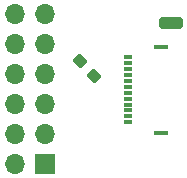
<source format=gbr>
%TF.GenerationSoftware,KiCad,Pcbnew,8.0.6*%
%TF.CreationDate,2024-12-02T22:07:59+01:00*%
%TF.ProjectId,daughter_board,64617567-6874-4657-925f-626f6172642e,rev?*%
%TF.SameCoordinates,Original*%
%TF.FileFunction,Soldermask,Top*%
%TF.FilePolarity,Negative*%
%FSLAX46Y46*%
G04 Gerber Fmt 4.6, Leading zero omitted, Abs format (unit mm)*
G04 Created by KiCad (PCBNEW 8.0.6) date 2024-12-02 22:07:59*
%MOMM*%
%LPD*%
G01*
G04 APERTURE LIST*
G04 Aperture macros list*
%AMRoundRect*
0 Rectangle with rounded corners*
0 $1 Rounding radius*
0 $2 $3 $4 $5 $6 $7 $8 $9 X,Y pos of 4 corners*
0 Add a 4 corners polygon primitive as box body*
4,1,4,$2,$3,$4,$5,$6,$7,$8,$9,$2,$3,0*
0 Add four circle primitives for the rounded corners*
1,1,$1+$1,$2,$3*
1,1,$1+$1,$4,$5*
1,1,$1+$1,$6,$7*
1,1,$1+$1,$8,$9*
0 Add four rect primitives between the rounded corners*
20,1,$1+$1,$2,$3,$4,$5,0*
20,1,$1+$1,$4,$5,$6,$7,0*
20,1,$1+$1,$6,$7,$8,$9,0*
20,1,$1+$1,$8,$9,$2,$3,0*%
G04 Aperture macros list end*
%ADD10RoundRect,0.237500X-0.371231X0.035355X0.035355X-0.371231X0.371231X-0.035355X-0.035355X0.371231X0*%
%ADD11RoundRect,0.250000X-0.750000X0.250000X-0.750000X-0.250000X0.750000X-0.250000X0.750000X0.250000X0*%
%ADD12R,0.650013X0.300000*%
%ADD13R,1.150013X0.300000*%
%ADD14R,1.700000X1.700000*%
%ADD15O,1.700000X1.700000*%
G04 APERTURE END LIST*
D10*
%TO.C,FB1*%
X167147645Y-54819712D03*
X168385081Y-56057148D03*
%TD*%
D11*
%TO.C,REF\u002A\u002A*%
X174910107Y-51568902D03*
%TD*%
D12*
%TO.C,J1*%
X171194954Y-54494921D03*
X171194954Y-54995049D03*
X171194954Y-55494921D03*
X171194954Y-55995049D03*
X171194954Y-56494921D03*
X171194955Y-56995049D03*
X171194955Y-57494921D03*
X171194954Y-57995049D03*
X171194954Y-58494921D03*
X171194954Y-58995049D03*
X171194954Y-59494921D03*
X171194954Y-59995049D03*
D13*
X174004962Y-60879986D03*
X174004962Y-53609984D03*
%TD*%
D14*
%TO.C,J2*%
X164167208Y-63499952D03*
D15*
X161627208Y-63499952D03*
X164167208Y-60959952D03*
X161627208Y-60959952D03*
X164167208Y-58419953D03*
X161627208Y-58419952D03*
X164167208Y-55879952D03*
X161627208Y-55879952D03*
X164167208Y-53339952D03*
X161627208Y-53339952D03*
X164167208Y-50799952D03*
X161627208Y-50799952D03*
%TD*%
M02*

</source>
